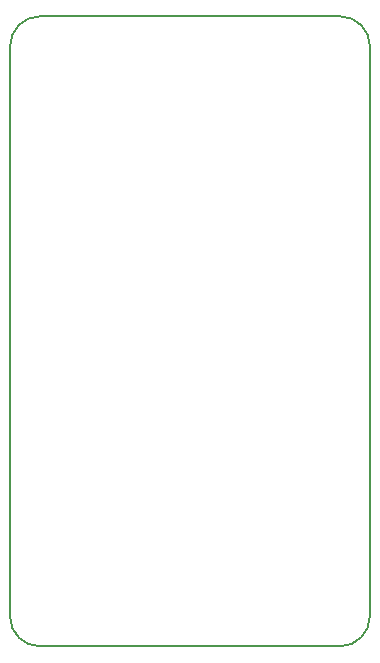
<source format=gbr>
G04 #@! TF.GenerationSoftware,KiCad,Pcbnew,5.0.1*
G04 #@! TF.CreationDate,2018-10-18T13:45:59+02:00*
G04 #@! TF.ProjectId,MicroFlux,4D6963726F466C75782E6B696361645F,rev?*
G04 #@! TF.SameCoordinates,Original*
G04 #@! TF.FileFunction,Profile,NP*
%FSLAX46Y46*%
G04 Gerber Fmt 4.6, Leading zero omitted, Abs format (unit mm)*
G04 Created by KiCad (PCBNEW 5.0.1) date Thu 18 Oct 2018 01:45:59 PM CEST*
%MOMM*%
%LPD*%
G01*
G04 APERTURE LIST*
%ADD10C,0.150000*%
G04 APERTURE END LIST*
D10*
X171450000Y-116840000D02*
X196850000Y-116840000D01*
X171450000Y-116840000D02*
G75*
G02X168910000Y-114300000I0J2540000D01*
G01*
X168910000Y-66040000D02*
X168910000Y-114300000D01*
X168910000Y-66040000D02*
G75*
G02X171450000Y-63500000I2540000J0D01*
G01*
X196850000Y-63500000D02*
X171450000Y-63500000D01*
X196850000Y-63500000D02*
G75*
G02X199390000Y-66040000I0J-2540000D01*
G01*
X199390000Y-114300000D02*
X199390000Y-66040000D01*
X199390000Y-114300000D02*
G75*
G02X196850000Y-116840000I-2540000J0D01*
G01*
M02*

</source>
